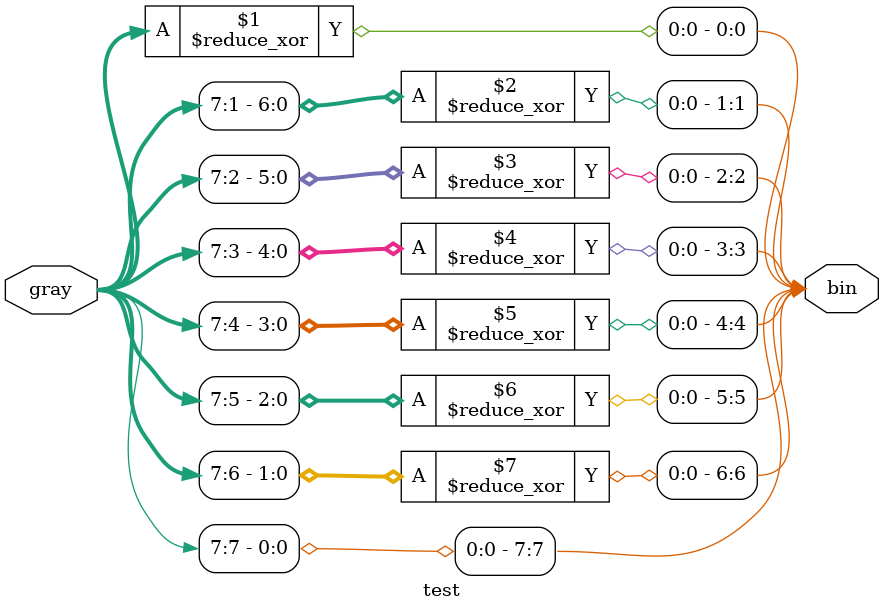
<source format=v>
`timescale 1ns / 1ps
module test(bin,gray);
       parameter SIZE=8;
       output [SIZE-1:0] bin;
       input [SIZE-1:0] gray;

		genvar i;
		generate
			  for(i=0;i<SIZE;i=i+1)
			  begin:bit
						assign bin[i]=^gray[SIZE-1:i];
			  end
		endgenerate

endmodule  
</source>
